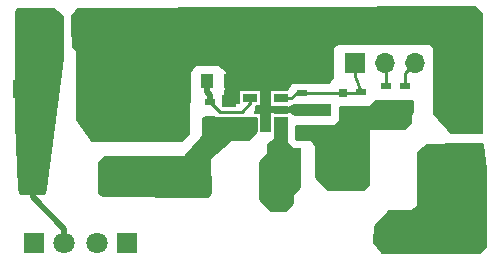
<source format=gtl>
G04 #@! TF.FileFunction,Copper,L1,Top,Signal*
%FSLAX46Y46*%
G04 Gerber Fmt 4.6, Leading zero omitted, Abs format (unit mm)*
G04 Created by KiCad (PCBNEW 4.0.6) date 2017 October 10, Tuesday 00:19:03*
%MOMM*%
%LPD*%
G01*
G04 APERTURE LIST*
%ADD10C,0.100000*%
%ADD11C,0.685800*%
%ADD12R,1.220000X0.650000*%
%ADD13R,3.500000X1.600000*%
%ADD14R,1.600000X3.000000*%
%ADD15R,1.000000X1.250000*%
%ADD16R,1.250000X1.000000*%
%ADD17R,1.500000X2.200000*%
%ADD18R,0.900000X0.500000*%
%ADD19R,0.750000X0.800000*%
%ADD20R,1.600000X2.600000*%
%ADD21R,1.700000X1.700000*%
%ADD22O,1.700000X1.700000*%
%ADD23R,1.200000X1.400000*%
%ADD24C,1.998980*%
%ADD25R,1.800000X1.800000*%
%ADD26C,1.800000*%
%ADD27C,1.016000*%
%ADD28C,1.270000*%
%ADD29C,0.508000*%
%ADD30C,0.762000*%
%ADD31C,0.254000*%
%ADD32C,0.152400*%
G04 APERTURE END LIST*
D10*
D11*
X105435400Y-75869800D03*
X110642400Y-79121000D03*
X108585000Y-72517000D03*
X133985000Y-76631800D03*
X117246400Y-76479400D03*
X118237000Y-72390000D03*
X123063000Y-76073000D03*
X118364000Y-76454000D03*
X123012200Y-72161400D03*
X133985000Y-77851000D03*
D12*
X119674000Y-80058300D03*
X119674000Y-79108300D03*
X119674000Y-78158300D03*
X117054000Y-78158300D03*
X117054000Y-80058300D03*
D13*
X98646000Y-77393800D03*
X104046000Y-77393800D03*
D14*
X108839000Y-84673800D03*
X108839000Y-80273800D03*
D15*
X113401600Y-76657200D03*
X115401600Y-76657200D03*
D16*
X121488200Y-81162400D03*
X121488200Y-79162400D03*
D17*
X98654000Y-84759800D03*
X105054000Y-84759800D03*
X112624000Y-85013800D03*
X119024000Y-85013800D03*
X125806600Y-83972400D03*
X132206600Y-83972400D03*
D18*
X113639600Y-79947200D03*
X113639600Y-78447200D03*
D16*
X115265200Y-80349600D03*
X115265200Y-78349600D03*
X123291600Y-81162400D03*
X123291600Y-79162400D03*
D19*
X124968000Y-77710600D03*
X124968000Y-79210600D03*
D20*
X135686800Y-83207000D03*
X135686800Y-79607000D03*
D18*
X126453900Y-79147100D03*
X126453900Y-77647100D03*
X121437400Y-77724700D03*
X121437400Y-76224700D03*
X130213100Y-78601000D03*
X130213100Y-77101000D03*
X128587500Y-78601000D03*
X128587500Y-77101000D03*
D21*
X102717600Y-72136000D03*
D22*
X100177600Y-72136000D03*
D23*
X123877200Y-83032600D03*
X120777200Y-83032600D03*
D21*
X125984000Y-75184000D03*
D22*
X128524000Y-75184000D03*
X131064000Y-75184000D03*
D24*
X129133600Y-89865200D03*
X132308600Y-89865200D03*
X135483600Y-89865200D03*
X127889000Y-72263000D03*
X131064000Y-72263000D03*
X134239000Y-72263000D03*
D11*
X133985000Y-79375000D03*
X110693200Y-80746600D03*
X110744000Y-72517000D03*
D25*
X98806000Y-90424000D03*
D26*
X101346000Y-90424000D03*
D25*
X106680000Y-90424000D03*
D26*
X104140000Y-90424000D03*
D27*
X108839000Y-84673800D02*
X105140000Y-84673800D01*
X105140000Y-84673800D02*
X105054000Y-84759800D01*
D28*
X112624000Y-85013800D02*
X109179000Y-85013800D01*
X109179000Y-85013800D02*
X108839000Y-84673800D01*
D27*
X132308600Y-89865200D02*
X135483600Y-89865200D01*
X132206600Y-83972400D02*
X132206600Y-89763200D01*
X132206600Y-89763200D02*
X132308600Y-89865200D01*
X132308600Y-89865200D02*
X129133600Y-89865200D01*
X135686800Y-83207000D02*
X132972000Y-83207000D01*
X132972000Y-83207000D02*
X132206600Y-83972400D01*
D29*
X98654000Y-84759800D02*
X98654000Y-86528040D01*
X98654000Y-86528040D02*
X101346000Y-89220040D01*
X101346000Y-89220040D02*
X101346000Y-90424000D01*
X120777200Y-83032600D02*
X120218200Y-83032600D01*
X120218200Y-83032600D02*
X119674000Y-82488400D01*
X119674000Y-82488400D02*
X119674000Y-80058300D01*
X115528600Y-76530200D02*
X115401600Y-76657200D01*
X119674000Y-79108300D02*
X118313200Y-79108300D01*
X118313200Y-79108300D02*
X117716300Y-79108300D01*
X117716300Y-79108300D02*
X117703600Y-79121000D01*
X123314400Y-79185200D02*
X123291600Y-79162400D01*
D30*
X121488200Y-79162400D02*
X123291600Y-79162400D01*
D29*
X119674000Y-79108300D02*
X121434100Y-79108300D01*
X121434100Y-79108300D02*
X121488200Y-79162400D01*
X115401600Y-78486000D02*
X115401600Y-76657200D01*
D31*
X117054000Y-78158300D02*
X117054000Y-78589500D01*
X114478500Y-79286100D02*
X113639600Y-78447200D01*
X116357400Y-79286100D02*
X114478500Y-79286100D01*
X117054000Y-78589500D02*
X116357400Y-79286100D01*
X117054000Y-78158300D02*
X116713000Y-78282800D01*
D29*
X113401600Y-76657200D02*
X113401600Y-77613000D01*
X113401600Y-77613000D02*
X113639600Y-77851000D01*
X113639600Y-77851000D02*
X113639600Y-78447200D01*
D31*
X126339600Y-77685200D02*
X124942600Y-77685200D01*
X119674000Y-78158300D02*
X120550980Y-78158300D01*
X120550980Y-78158300D02*
X121024080Y-77685200D01*
X121024080Y-77685200D02*
X126339600Y-77685200D01*
X126349760Y-77675040D02*
X126466600Y-77647800D01*
X125984000Y-76260960D02*
X125984000Y-75184000D01*
X126466600Y-77647800D02*
X125984000Y-76260960D01*
X130213100Y-77101000D02*
X130213100Y-76034900D01*
X130213100Y-76034900D02*
X131064000Y-75184000D01*
X128587500Y-77101000D02*
X128587500Y-75247500D01*
D29*
X128587500Y-75247500D02*
X128524000Y-75184000D01*
D31*
G36*
X101117400Y-71226766D02*
X101117400Y-74650600D01*
X101127406Y-74700010D01*
X101136790Y-74713951D01*
X99697128Y-85776620D01*
X99592464Y-86171124D01*
X97617767Y-86152669D01*
X97520020Y-85712806D01*
X97230000Y-80270909D01*
X97230000Y-76680363D01*
X97251515Y-76663546D01*
X97276026Y-76619493D01*
X97281970Y-76578240D01*
X97230000Y-74187612D01*
X97230000Y-70735983D01*
X97441180Y-70560000D01*
X100388124Y-70560000D01*
X101117400Y-71226766D01*
X101117400Y-71226766D01*
G37*
X101117400Y-71226766D02*
X101117400Y-74650600D01*
X101127406Y-74700010D01*
X101136790Y-74713951D01*
X99697128Y-85776620D01*
X99592464Y-86171124D01*
X97617767Y-86152669D01*
X97520020Y-85712806D01*
X97230000Y-80270909D01*
X97230000Y-76680363D01*
X97251515Y-76663546D01*
X97276026Y-76619493D01*
X97281970Y-76578240D01*
X97230000Y-74187612D01*
X97230000Y-70735983D01*
X97441180Y-70560000D01*
X100388124Y-70560000D01*
X101117400Y-71226766D01*
G36*
X117546333Y-80903346D02*
X116901182Y-81571374D01*
X115453937Y-81620433D01*
X115404895Y-81632107D01*
X115375968Y-81650611D01*
X113661468Y-83108571D01*
X113630309Y-83148202D01*
X113616745Y-83206496D01*
X113644161Y-86167448D01*
X113387337Y-86402869D01*
X104587722Y-86347526D01*
X104277160Y-86156865D01*
X104277160Y-83555647D01*
X104778611Y-83093784D01*
X111495268Y-83124039D01*
X111544723Y-83114256D01*
X111592141Y-83079835D01*
X113024701Y-81413595D01*
X113049326Y-81369606D01*
X113055400Y-81330800D01*
X113055400Y-79857600D01*
X117550672Y-79857600D01*
X117546333Y-80903346D01*
X117546333Y-80903346D01*
G37*
X117546333Y-80903346D02*
X116901182Y-81571374D01*
X115453937Y-81620433D01*
X115404895Y-81632107D01*
X115375968Y-81650611D01*
X113661468Y-83108571D01*
X113630309Y-83148202D01*
X113616745Y-83206496D01*
X113644161Y-86167448D01*
X113387337Y-86402869D01*
X104587722Y-86347526D01*
X104277160Y-86156865D01*
X104277160Y-83555647D01*
X104778611Y-83093784D01*
X111495268Y-83124039D01*
X111544723Y-83114256D01*
X111592141Y-83079835D01*
X113024701Y-81413595D01*
X113049326Y-81369606D01*
X113055400Y-81330800D01*
X113055400Y-79857600D01*
X117550672Y-79857600D01*
X117546333Y-80903346D01*
G36*
X120144540Y-81909920D02*
X120154546Y-81959330D01*
X120181737Y-81999723D01*
X120610997Y-82428983D01*
X120653011Y-82456846D01*
X120700800Y-82466180D01*
X121216420Y-82466180D01*
X121216420Y-85667314D01*
X120610997Y-86272737D01*
X120583134Y-86314751D01*
X120573800Y-86362540D01*
X120573800Y-87036374D01*
X120005574Y-87604600D01*
X118828086Y-87604600D01*
X117924580Y-86701094D01*
X117924580Y-83537326D01*
X118550323Y-82911583D01*
X118578186Y-82869569D01*
X118587520Y-82821780D01*
X118587520Y-82007047D01*
X119141168Y-81570202D01*
X119173759Y-81531740D01*
X119189500Y-81470500D01*
X119189500Y-79844634D01*
X120144540Y-79842627D01*
X120144540Y-81909920D01*
X120144540Y-81909920D01*
G37*
X120144540Y-81909920D02*
X120154546Y-81959330D01*
X120181737Y-81999723D01*
X120610997Y-82428983D01*
X120653011Y-82456846D01*
X120700800Y-82466180D01*
X121216420Y-82466180D01*
X121216420Y-85667314D01*
X120610997Y-86272737D01*
X120583134Y-86314751D01*
X120573800Y-86362540D01*
X120573800Y-87036374D01*
X120005574Y-87604600D01*
X118828086Y-87604600D01*
X117924580Y-86701094D01*
X117924580Y-83537326D01*
X118550323Y-82911583D01*
X118578186Y-82869569D01*
X118587520Y-82821780D01*
X118587520Y-82007047D01*
X119141168Y-81570202D01*
X119173759Y-81531740D01*
X119189500Y-81470500D01*
X119189500Y-79844634D01*
X120144540Y-79842627D01*
X120144540Y-81909920D01*
G36*
X136931455Y-84157801D02*
X136981729Y-90718535D01*
X136455244Y-91135335D01*
X128230366Y-91160411D01*
X127585711Y-90331569D01*
X127633239Y-88953277D01*
X128856729Y-87691403D01*
X130656556Y-87706196D01*
X130722941Y-87688102D01*
X131230941Y-87383302D01*
X131268162Y-87349300D01*
X131289222Y-87303497D01*
X131292592Y-87273004D01*
X131242491Y-82713831D01*
X132023319Y-82116727D01*
X134927002Y-82016600D01*
X136690870Y-82016600D01*
X136931455Y-84157801D01*
X136931455Y-84157801D01*
G37*
X136931455Y-84157801D02*
X136981729Y-90718535D01*
X136455244Y-91135335D01*
X128230366Y-91160411D01*
X127585711Y-90331569D01*
X127633239Y-88953277D01*
X128856729Y-87691403D01*
X130656556Y-87706196D01*
X130722941Y-87688102D01*
X131230941Y-87383302D01*
X131268162Y-87349300D01*
X131289222Y-87303497D01*
X131292592Y-87273004D01*
X131242491Y-82713831D01*
X132023319Y-82116727D01*
X134927002Y-82016600D01*
X136690870Y-82016600D01*
X136931455Y-84157801D01*
G36*
X130784600Y-79284294D02*
X130606267Y-79462627D01*
X130578404Y-79504641D01*
X130569082Y-79554184D01*
X130579770Y-79603452D01*
X130608783Y-79644679D01*
X130614378Y-79648171D01*
X130630604Y-80256647D01*
X130103620Y-80695800D01*
X127203200Y-80695800D01*
X127153790Y-80705806D01*
X127112165Y-80734247D01*
X127084885Y-80776641D01*
X127076200Y-80822800D01*
X127076200Y-85486161D01*
X126650834Y-85826454D01*
X123659339Y-85816613D01*
X122643900Y-84801174D01*
X122643900Y-82283300D01*
X122633894Y-82233890D01*
X122619313Y-82208197D01*
X122200213Y-81636697D01*
X122162925Y-81602769D01*
X122099109Y-81584807D01*
X120991674Y-81573390D01*
X120981454Y-80530996D01*
X124159987Y-80538320D01*
X124209420Y-80528428D01*
X124250083Y-80501123D01*
X124651403Y-80099803D01*
X124679266Y-80057789D01*
X124688600Y-80010000D01*
X124688600Y-78905100D01*
X127152400Y-78905100D01*
X127201810Y-78895094D01*
X127242203Y-78867903D01*
X127751106Y-78359000D01*
X130784600Y-78359000D01*
X130784600Y-79284294D01*
X130784600Y-79284294D01*
G37*
X130784600Y-79284294D02*
X130606267Y-79462627D01*
X130578404Y-79504641D01*
X130569082Y-79554184D01*
X130579770Y-79603452D01*
X130608783Y-79644679D01*
X130614378Y-79648171D01*
X130630604Y-80256647D01*
X130103620Y-80695800D01*
X127203200Y-80695800D01*
X127153790Y-80705806D01*
X127112165Y-80734247D01*
X127084885Y-80776641D01*
X127076200Y-80822800D01*
X127076200Y-85486161D01*
X126650834Y-85826454D01*
X123659339Y-85816613D01*
X122643900Y-84801174D01*
X122643900Y-82283300D01*
X122633894Y-82233890D01*
X122619313Y-82208197D01*
X122200213Y-81636697D01*
X122162925Y-81602769D01*
X122099109Y-81584807D01*
X120991674Y-81573390D01*
X120981454Y-80530996D01*
X124159987Y-80538320D01*
X124209420Y-80528428D01*
X124250083Y-80501123D01*
X124651403Y-80099803D01*
X124679266Y-80057789D01*
X124688600Y-80010000D01*
X124688600Y-78905100D01*
X127152400Y-78905100D01*
X127201810Y-78895094D01*
X127242203Y-78867903D01*
X127751106Y-78359000D01*
X130784600Y-78359000D01*
X130784600Y-79284294D01*
D32*
G36*
X136662160Y-70998599D02*
X136662160Y-81117440D01*
X134035889Y-81117440D01*
X132664200Y-79474374D01*
X132664200Y-73914000D01*
X132658197Y-73884354D01*
X132641882Y-73860118D01*
X132387882Y-73606118D01*
X132362673Y-73589401D01*
X132334124Y-73583800D01*
X124536324Y-73571100D01*
X124506668Y-73577055D01*
X124488850Y-73587597D01*
X124120550Y-73879697D01*
X124101053Y-73902823D01*
X124091704Y-73940156D01*
X124116786Y-76468470D01*
X123742636Y-76842620D01*
X120700800Y-76842620D01*
X120671154Y-76848623D01*
X120638624Y-76874768D01*
X120216901Y-77470000D01*
X118795800Y-77470000D01*
X118766154Y-77476003D01*
X118741179Y-77493068D01*
X118724811Y-77518505D01*
X118719600Y-77546200D01*
X118719600Y-78790800D01*
X118725603Y-78820446D01*
X118742668Y-78845421D01*
X118768105Y-78861789D01*
X118795800Y-78867000D01*
X119119836Y-78867000D01*
X119354600Y-79101764D01*
X119354600Y-79348960D01*
X118824378Y-79344523D01*
X118794682Y-79350278D01*
X118769566Y-79367133D01*
X118752985Y-79392431D01*
X118747540Y-79420598D01*
X118745121Y-80937311D01*
X117983252Y-80939427D01*
X117988080Y-79471771D01*
X117982174Y-79442105D01*
X117965191Y-79417074D01*
X117939809Y-79400623D01*
X117911052Y-79395325D01*
X117521914Y-79399555D01*
X117525791Y-79147572D01*
X117525793Y-79147403D01*
X117529899Y-78835335D01*
X117935949Y-78828890D01*
X117965496Y-78822417D01*
X117990197Y-78804958D01*
X118006159Y-78779265D01*
X118010938Y-78753185D01*
X118018558Y-77556845D01*
X118012744Y-77527162D01*
X117995839Y-77502079D01*
X117970507Y-77485549D01*
X117942360Y-77480160D01*
X116174520Y-77480160D01*
X116144874Y-77486163D01*
X116119899Y-77503228D01*
X116103531Y-77528665D01*
X116098320Y-77556360D01*
X116098320Y-78562200D01*
X114935000Y-78562200D01*
X114935000Y-77501564D01*
X115115882Y-77320682D01*
X115132599Y-77295473D01*
X115138200Y-77266800D01*
X115138200Y-75996800D01*
X115132197Y-75967154D01*
X115115882Y-75942918D01*
X114557082Y-75384118D01*
X114531873Y-75367401D01*
X114503200Y-75361800D01*
X112496600Y-75361800D01*
X112466954Y-75367803D01*
X112441355Y-75385517D01*
X111958755Y-75893517D01*
X111942689Y-75919146D01*
X111937801Y-75945632D01*
X111912552Y-81172084D01*
X111322036Y-81762600D01*
X103670962Y-81762600D01*
X102387400Y-79985360D01*
X102387400Y-74142600D01*
X102381397Y-74112954D01*
X102365082Y-74088718D01*
X102057200Y-73780836D01*
X102057200Y-71704200D01*
X102052764Y-71682295D01*
X102054282Y-71671218D01*
X102009075Y-71219149D01*
X102526145Y-70561060D01*
X136111989Y-70434321D01*
X136662160Y-70998599D01*
X136662160Y-70998599D01*
G37*
X136662160Y-70998599D02*
X136662160Y-81117440D01*
X134035889Y-81117440D01*
X132664200Y-79474374D01*
X132664200Y-73914000D01*
X132658197Y-73884354D01*
X132641882Y-73860118D01*
X132387882Y-73606118D01*
X132362673Y-73589401D01*
X132334124Y-73583800D01*
X124536324Y-73571100D01*
X124506668Y-73577055D01*
X124488850Y-73587597D01*
X124120550Y-73879697D01*
X124101053Y-73902823D01*
X124091704Y-73940156D01*
X124116786Y-76468470D01*
X123742636Y-76842620D01*
X120700800Y-76842620D01*
X120671154Y-76848623D01*
X120638624Y-76874768D01*
X120216901Y-77470000D01*
X118795800Y-77470000D01*
X118766154Y-77476003D01*
X118741179Y-77493068D01*
X118724811Y-77518505D01*
X118719600Y-77546200D01*
X118719600Y-78790800D01*
X118725603Y-78820446D01*
X118742668Y-78845421D01*
X118768105Y-78861789D01*
X118795800Y-78867000D01*
X119119836Y-78867000D01*
X119354600Y-79101764D01*
X119354600Y-79348960D01*
X118824378Y-79344523D01*
X118794682Y-79350278D01*
X118769566Y-79367133D01*
X118752985Y-79392431D01*
X118747540Y-79420598D01*
X118745121Y-80937311D01*
X117983252Y-80939427D01*
X117988080Y-79471771D01*
X117982174Y-79442105D01*
X117965191Y-79417074D01*
X117939809Y-79400623D01*
X117911052Y-79395325D01*
X117521914Y-79399555D01*
X117525791Y-79147572D01*
X117525793Y-79147403D01*
X117529899Y-78835335D01*
X117935949Y-78828890D01*
X117965496Y-78822417D01*
X117990197Y-78804958D01*
X118006159Y-78779265D01*
X118010938Y-78753185D01*
X118018558Y-77556845D01*
X118012744Y-77527162D01*
X117995839Y-77502079D01*
X117970507Y-77485549D01*
X117942360Y-77480160D01*
X116174520Y-77480160D01*
X116144874Y-77486163D01*
X116119899Y-77503228D01*
X116103531Y-77528665D01*
X116098320Y-77556360D01*
X116098320Y-78562200D01*
X114935000Y-78562200D01*
X114935000Y-77501564D01*
X115115882Y-77320682D01*
X115132599Y-77295473D01*
X115138200Y-77266800D01*
X115138200Y-75996800D01*
X115132197Y-75967154D01*
X115115882Y-75942918D01*
X114557082Y-75384118D01*
X114531873Y-75367401D01*
X114503200Y-75361800D01*
X112496600Y-75361800D01*
X112466954Y-75367803D01*
X112441355Y-75385517D01*
X111958755Y-75893517D01*
X111942689Y-75919146D01*
X111937801Y-75945632D01*
X111912552Y-81172084D01*
X111322036Y-81762600D01*
X103670962Y-81762600D01*
X102387400Y-79985360D01*
X102387400Y-74142600D01*
X102381397Y-74112954D01*
X102365082Y-74088718D01*
X102057200Y-73780836D01*
X102057200Y-71704200D01*
X102052764Y-71682295D01*
X102054282Y-71671218D01*
X102009075Y-71219149D01*
X102526145Y-70561060D01*
X136111989Y-70434321D01*
X136662160Y-70998599D01*
G36*
X123850400Y-79603600D02*
X120884764Y-79603600D01*
X120653082Y-79371918D01*
X120627873Y-79355201D01*
X120599200Y-79349600D01*
X120345200Y-79349600D01*
X120345200Y-78854300D01*
X120548400Y-78854300D01*
X120578046Y-78848297D01*
X120602282Y-78831982D01*
X120706964Y-78727300D01*
X123850400Y-78727300D01*
X123850400Y-79603600D01*
X123850400Y-79603600D01*
G37*
X123850400Y-79603600D02*
X120884764Y-79603600D01*
X120653082Y-79371918D01*
X120627873Y-79355201D01*
X120599200Y-79349600D01*
X120345200Y-79349600D01*
X120345200Y-78854300D01*
X120548400Y-78854300D01*
X120578046Y-78848297D01*
X120602282Y-78831982D01*
X120706964Y-78727300D01*
X123850400Y-78727300D01*
X123850400Y-79603600D01*
M02*

</source>
